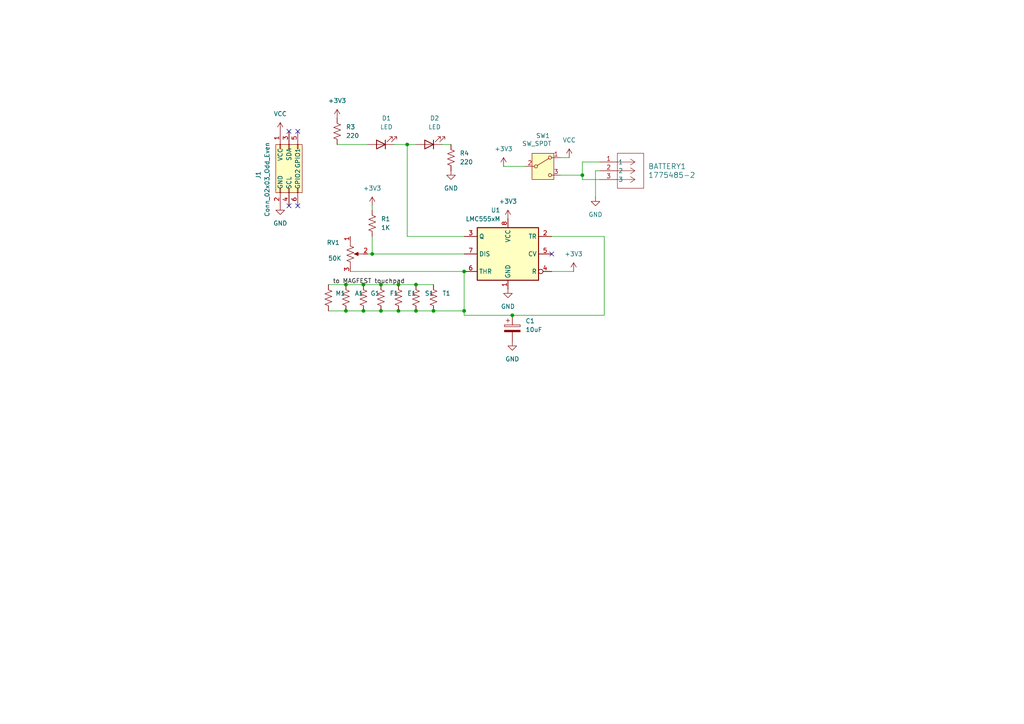
<source format=kicad_sch>
(kicad_sch (version 20231120) (generator "eeschema") (generator_version "8.0")
  (paper "A4")
  (lib_symbols
    (symbol "Device:C_Polarized" (pin_numbers hide) (pin_names (offset 0.254))
      (property "Reference" "C" (at 0.635 2.54 0))
      (property "Value" "C_Polarized" (at 0.635 -2.54 0))
      (symbol "C_Polarized_0_1"
        (rectangle (start -2.286 0.508) (end 2.286 1.016))
        (polyline (pts (xy -1.778 2.286) (xy -0.762 2.286)))
        (polyline (pts (xy -1.27 2.794) (xy -1.27 1.778)))
        (rectangle (start 2.286 -0.508) (end -2.286 -1.016) (fill (type outline)))
      )
      (symbol "C_Polarized_1_1"
        (pin passive line (at 0 3.81 270) (length 2.794) (name "~") (number "1"))
        (pin passive line (at 0 -3.81 90) (length 2.794) (name "~") (number "2"))
      )
    )
    (symbol "Device:LED" (pin_numbers hide) (pin_names (offset 1.016) hide)
      (property "Reference" "D" (at 0 2.54 0))
      (property "Value" "LED" (at 0 -2.54 0))
      (symbol "LED_0_1"
        (polyline (pts (xy -1.27 -1.27) (xy -1.27 1.27)) (stroke (width 0.254)))
        (polyline (pts (xy -1.27 0) (xy 1.27 0)))
        (polyline (pts (xy 1.27 -1.27) (xy 1.27 1.27) (xy -1.27 0) (xy 1.27 -1.27)) (stroke (width 0.254)))
        (polyline (pts (xy -3.048 -0.762) (xy -4.572 -2.286) (xy -3.81 -2.286) (xy -4.572 -2.286) (xy -4.572 -1.524)))
        (polyline (pts (xy -1.778 -0.762) (xy -3.302 -2.286) (xy -2.54 -2.286) (xy -3.302 -2.286) (xy -3.302 -1.524)))
      )
      (symbol "LED_1_1"
        (pin passive line (at -3.81 0 0) (length 2.54) (name "K") (number "1"))
        (pin passive line (at 3.81 0 180) (length 2.54) (name "A") (number "2"))
      )
    )
    (symbol "Device:R_US" (pin_numbers hide) (pin_names (offset 0))
      (property "Reference" "R" (at 2.54 0 90))
      (property "Value" "R_US" (at -2.54 0 90))
      (symbol "R_US_0_1"
        (polyline (pts (xy 0 -2.286) (xy 0 -2.54)))
        (polyline (pts (xy 0 2.286) (xy 0 2.54)))
        (polyline (pts (xy 0 -0.762) (xy 1.016 -1.143) (xy 0 -1.524) (xy -1.016 -1.905) (xy 0 -2.286)))
        (polyline (pts (xy 0 0.762) (xy 1.016 0.381) (xy 0 0) (xy -1.016 -0.381) (xy 0 -0.762)))
        (polyline (pts (xy 0 2.286) (xy 1.016 1.905) (xy 0 1.524) (xy -1.016 1.143) (xy 0 0.762)))
      )
      (symbol "R_US_1_1"
        (pin passive line (at 0 3.81 270) (length 1.27) (name "~") (number "1"))
        (pin passive line (at 0 -3.81 90) (length 1.27) (name "~") (number "2"))
      )
    )
    (symbol "GND_1" (power) (pin_numbers hide) (pin_names (offset 0) hide)
      (property "Value" "GND" (at 0 -3.81 0))
      (symbol "GND_1_0_1"
        (polyline (pts (xy 0 0) (xy 0 -1.27) (xy 1.27 -1.27) (xy 0 -2.54) (xy -1.27 -1.27) (xy 0 -1.27)))
      )
      (symbol "GND_1_1_1"
        (pin power_in line (at 0 0 270) (length 0) (name "~") (number "1"))
      )
    )
    (symbol "Switch:SW_SPDT" (pin_names (offset 0) hide)
      (property "Reference" "SW" (at 0 5.08 0))
      (property "Value" "SW_SPDT" (at 0 -5.08 0))
      (symbol "SW_SPDT_0_1"
        (circle (center -2.032 0) (radius 0.4572))
        (polyline (pts (xy -1.651 0.254) (xy 1.651 2.286)))
        (circle (center 2.032 -2.54) (radius 0.4572))
        (circle (center 2.032 2.54) (radius 0.4572))
      )
      (symbol "SW_SPDT_1_1"
        (rectangle (start -3.175 3.81) (end 3.175 -3.81) (fill (type background)))
        (pin passive line (at 5.08 2.54 180) (length 2.54) (name "A") (number "1"))
        (pin passive line (at -5.08 0 0) (length 2.54) (name "B") (number "2"))
        (pin passive line (at 5.08 -2.54 180) (length 2.54) (name "C") (number "3"))
      )
    )
    (symbol "Timer:LMC555xM"
      (property "Reference" "U" (at -10.16 8.89 0))
      (property "Value" "LMC555xM" (at 2.54 8.89 0))
      (symbol "LMC555xM_0_0"
        (pin power_in line (at 0 -10.16 90) (length 2.54) (name "GND") (number "1"))
        (pin power_in line (at 0 10.16 270) (length 2.54) (name "VCC") (number "8"))
      )
      (symbol "LMC555xM_0_1"
        (rectangle (start -8.89 -7.62) (end 8.89 7.62) (stroke (width 0.254)) (fill (type background)))
        (rectangle (start -8.89 -7.62) (end 8.89 7.62) (stroke (width 0.254)) (fill (type background)))
      )
      (symbol "LMC555xM_1_1"
        (pin input line (at -12.7 5.08 0) (length 3.81) (name "TR") (number "2"))
        (pin output line (at 12.7 5.08 180) (length 3.81) (name "Q") (number "3"))
        (pin input inverted (at -12.7 -5.08 0) (length 3.81) (name "R") (number "4"))
        (pin input line (at -12.7 0 0) (length 3.81) (name "CV") (number "5"))
        (pin input line (at 12.7 -5.08 180) (length 3.81) (name "THR") (number "6"))
        (pin input line (at 12.7 0 180) (length 3.81) (name "DIS") (number "7"))
      )
    )
    (symbol "power:+3V3" (power) (pin_numbers hide) (pin_names (offset 0) hide)
      (property "Value" "+3V3" (at 0 3.556 0))
      (symbol "+3V3_0_1"
        (polyline (pts (xy -0.762 1.27) (xy 0 2.54)))
        (polyline (pts (xy 0 0) (xy 0 2.54)))
        (polyline (pts (xy 0 2.54) (xy 0.762 1.27)))
      )
      (symbol "+3V3_1_1"
        (pin power_in line (at 0 0 90) (length 0) (name "~") (number "1"))
      )
    )
    (symbol "power:GND" (power) (pin_names (offset 0))
      (property "Value" "GND" (at 0 -3.81 0))
      (symbol "GND_0_1"
        (polyline (pts (xy 0 0) (xy 0 -1.27) (xy 1.27 -1.27) (xy 0 -2.54) (xy -1.27 -1.27) (xy 0 -1.27)))
      )
      (symbol "GND_1_1"
        (pin power_in line (at 0 0 270) (length 0) hide (name "GND") (number "1"))
      )
    )
    (symbol "power:VCC" (power) (pin_names (offset 0))
      (property "Value" "VCC" (at 0 3.81 0))
      (symbol "VCC_0_1"
        (polyline (pts (xy -0.762 1.27) (xy 0 2.54)))
        (polyline (pts (xy 0 0) (xy 0 2.54)))
        (polyline (pts (xy 0 2.54) (xy 0.762 1.27)))
      )
      (symbol "VCC_1_1"
        (pin power_in line (at 0 0 90) (length 0) hide (name "VCC") (number "1"))
      )
    )
    (symbol "sao:1775485-2" (pin_names (offset 0.254))
      (property "Reference" "J" (at 8.89 6.35 0))
      (property "Value" "1775485-2" (at -11.176 -5.08 0))
      (symbol "1775485-2_1_1"
        (polyline (pts (xy 5.08 -7.62) (xy 12.7 -7.62)) (stroke (width 0.127)))
        (polyline (pts (xy 5.08 2.54) (xy 5.08 -7.62)) (stroke (width 0.127)))
        (polyline (pts (xy 10.16 -5.08) (xy 5.08 -5.08)) (stroke (width 0.127)))
        (polyline (pts (xy 10.16 -5.08) (xy 8.89 -5.9267)) (stroke (width 0.127)))
        (polyline (pts (xy 10.16 -5.08) (xy 8.89 -4.2333)) (stroke (width 0.127)))
        (polyline (pts (xy 10.16 -2.54) (xy 5.08 -2.54)) (stroke (width 0.127)))
        (polyline (pts (xy 10.16 -2.54) (xy 8.89 -3.3867)) (stroke (width 0.127)))
        (polyline (pts (xy 10.16 -2.54) (xy 8.89 -1.6933)) (stroke (width 0.127)))
        (polyline (pts (xy 10.16 0) (xy 5.08 0)) (stroke (width 0.127)))
        (polyline (pts (xy 10.16 0) (xy 8.89 -0.8467)) (stroke (width 0.127)))
        (polyline (pts (xy 10.16 0) (xy 8.89 0.8467)) (stroke (width 0.127)))
        (polyline (pts (xy 12.7 -7.62) (xy 12.7 2.54)) (stroke (width 0.127)))
        (polyline (pts (xy 12.7 2.54) (xy 5.08 2.54)) (stroke (width 0.127)))
        (pin unspecified line (at 0 0 0) (length 5.08) (name "1") (number "1"))
        (pin unspecified line (at 0 -2.54 0) (length 5.08) (name "2") (number "2"))
        (pin unspecified line (at 0 -5.08 0) (length 5.08) (name "3") (number "3"))
      )
      (symbol "1775485-2_1_2"
        (polyline (pts (xy 5.08 -7.62) (xy 12.7 -7.62)) (stroke (width 0.127)))
        (polyline (pts (xy 5.08 2.54) (xy 5.08 -7.62)) (stroke (width 0.127)))
        (polyline (pts (xy 7.62 -5.08) (xy 5.08 -5.08)) (stroke (width 0.127)))
        (polyline (pts (xy 7.62 -5.08) (xy 8.89 -5.9267)) (stroke (width 0.127)))
        (polyline (pts (xy 7.62 -5.08) (xy 8.89 -4.2333)) (stroke (width 0.127)))
        (polyline (pts (xy 7.62 -2.54) (xy 5.08 -2.54)) (stroke (width 0.127)))
        (polyline (pts (xy 7.62 -2.54) (xy 8.89 -3.3867)) (stroke (width 0.127)))
        (polyline (pts (xy 7.62 -2.54) (xy 8.89 -1.6933)) (stroke (width 0.127)))
        (polyline (pts (xy 7.62 0) (xy 5.08 0)) (stroke (width 0.127)))
        (polyline (pts (xy 7.62 0) (xy 8.89 -0.8467)) (stroke (width 0.127)))
        (polyline (pts (xy 7.62 0) (xy 8.89 0.8467)) (stroke (width 0.127)))
        (polyline (pts (xy 12.7 -7.62) (xy 12.7 2.54)) (stroke (width 0.127)))
        (polyline (pts (xy 12.7 2.54) (xy 5.08 2.54)) (stroke (width 0.127)))
        (pin unspecified line (at 0 0 0) (length 5.08) (name "1") (number "1"))
        (pin unspecified line (at 0 -2.54 0) (length 5.08) (name "3") (number "3"))
        (pin unspecified line (at 0 -5.08 0) (length 5.08) (name "5") (number "5"))
      )
    )
    (symbol "sao:Conn_02x03_Odd_Even" (pin_names (offset 1.016))
      (property "Reference" "J" (at 1.27 5.08 0))
      (property "Value" "Conn_02x03_Odd_Even" (at 1.27 -5.08 0))
      (symbol "Conn_02x03_Odd_Even_1_1"
        (rectangle (start -1.27 -2.413) (end 0 -2.667) (stroke (width 0.1524)))
        (rectangle (start -1.27 0.127) (end 0 -0.127) (stroke (width 0.1524)))
        (rectangle (start -1.27 2.667) (end 0 2.413) (stroke (width 0.1524)))
        (rectangle (start -1.27 3.81) (end 12.7 -3.81) (fill (type background)))
        (rectangle (start 12.7 -2.413) (end 11.43 -2.667) (stroke (width 0.1524)))
        (rectangle (start 12.7 0.127) (end 11.43 -0.127) (stroke (width 0.1524)))
        (rectangle (start 12.7 2.667) (end 11.43 2.413) (stroke (width 0.1524)))
        (pin passive line (at -5.08 2.54 0) (length 3.81) (name "VCC") (number "1"))
        (pin passive line (at 16.51 2.54 180) (length 3.81) (name "GND") (number "2"))
        (pin passive line (at -5.08 0 0) (length 3.81) (name "SDA") (number "3"))
        (pin passive line (at 16.51 0 180) (length 3.81) (name "SCL") (number "4"))
        (pin passive line (at -5.08 -2.54 0) (length 3.81) (name "GPIO1") (number "5"))
        (pin passive line (at 16.51 -2.54 180) (length 3.81) (name "GPIO2") (number "6"))
      )
    )
    (symbol "sao:R_Potentiometer_US" (pin_names (offset 1.016) hide)
      (property "Reference" "RV" (at -4.445 0 90))
      (property "Value" "R_Potentiometer_US" (at -2.54 0 90))
      (symbol "R_Potentiometer_US_0_1"
        (polyline (pts (xy 0 -2.54) (xy 0 -3.81)))
        (polyline (pts (xy 0 -2.286) (xy 0 -2.54)))
        (polyline (pts (xy 0 2.54) (xy 0 2.286)))
        (polyline (pts (xy 0 3.81) (xy 0 2.54)))
        (polyline (pts (xy 3.81 0) (xy 1.27 0)))
        (polyline (pts (xy 1.143 0) (xy 2.286 0.508) (xy 2.286 -0.508) (xy 1.143 0)) (fill (type outline)))
        (polyline (pts (xy 0 -0.762) (xy 1.016 -1.143) (xy 0 -1.524) (xy -1.016 -1.905) (xy 0 -2.286)))
        (polyline (pts (xy 0 0.762) (xy 1.016 0.381) (xy 0 0) (xy -1.016 -0.381) (xy 0 -0.762)))
        (polyline (pts (xy 0 2.286) (xy 1.016 1.905) (xy 0 1.524) (xy -1.016 1.143) (xy 0 0.762)))
      )
      (symbol "R_Potentiometer_US_1_1"
        (pin passive line (at 0 5.08 270) (length 1.27) (name "1") (number "1"))
        (pin passive line (at 5.08 0 180) (length 1.27) (name "2") (number "2"))
        (pin passive line (at 0 -5.08 90) (length 1.27) (name "3") (number "3"))
      )
    )
  )
  (junction (at 120.65 90.17))
  (junction (at 134.62 78.74))
  (junction (at 107.95 73.66))
  (junction (at 115.57 90.17))
  (junction (at 168.91 50.8))
  (junction (at 100.33 90.17))
  (junction (at 118.11 41.91))
  (junction (at 125.73 90.17))
  (junction (at 100.33 82.55))
  (junction (at 115.57 82.55))
  (junction (at 110.49 82.55))
  (junction (at 105.41 82.55))
  (junction (at 120.65 82.55))
  (junction (at 110.49 90.17))
  (junction (at 148.59 91.44))
  (junction (at 134.62 90.17))
  (junction (at 105.41 90.17))
  (no_connect (at 160.02 73.66))
  (no_connect (at 83.82 59.69))
  (no_connect (at 86.36 38.1))
  (no_connect (at 86.36 59.69))
  (no_connect (at 83.82 38.1))
  (wire (pts (xy 100.33 82.55) (xy 105.41 82.55)))
  (wire (pts (xy 134.62 91.44) (xy 148.59 91.44)))
  (wire (pts (xy 172.72 49.53) (xy 172.72 57.15)))
  (wire (pts (xy 120.65 82.55) (xy 125.73 82.55)))
  (wire (pts (xy 107.95 73.66) (xy 106.68 73.66)))
  (wire (pts (xy 101.6 78.74) (xy 134.62 78.74)))
  (wire (pts (xy 173.99 52.07) (xy 168.91 52.07)))
  (wire (pts (xy 120.65 41.91) (xy 118.11 41.91)))
  (wire (pts (xy 118.11 41.91) (xy 118.11 68.58)))
  (wire (pts (xy 162.56 50.8) (xy 168.91 50.8)))
  (wire (pts (xy 115.57 82.55) (xy 120.65 82.55)))
  (wire (pts (xy 110.49 90.17) (xy 115.57 90.17)))
  (wire (pts (xy 107.95 60.96) (xy 107.95 59.69)))
  (wire (pts (xy 168.91 52.07) (xy 168.91 50.8)))
  (wire (pts (xy 125.73 90.17) (xy 134.62 90.17)))
  (wire (pts (xy 107.95 73.66) (xy 134.62 73.66)))
  (wire (pts (xy 160.02 78.74) (xy 166.37 78.74)))
  (wire (pts (xy 168.91 46.99) (xy 173.99 46.99)))
  (wire (pts (xy 148.59 91.44) (xy 175.26 91.44)))
  (wire (pts (xy 105.41 82.55) (xy 110.49 82.55)))
  (wire (pts (xy 175.26 91.44) (xy 175.26 68.58)))
  (wire (pts (xy 160.02 68.58) (xy 175.26 68.58)))
  (wire (pts (xy 165.1 45.72) (xy 162.56 45.72)))
  (wire (pts (xy 110.49 82.55) (xy 115.57 82.55)))
  (wire (pts (xy 152.4 48.26) (xy 146.05 48.26)))
  (wire (pts (xy 95.25 90.17) (xy 100.33 90.17)))
  (wire (pts (xy 95.25 82.55) (xy 100.33 82.55)))
  (wire (pts (xy 128.27 41.91) (xy 130.81 41.91)))
  (wire (pts (xy 118.11 68.58) (xy 134.62 68.58)))
  (wire (pts (xy 134.62 78.74) (xy 134.62 90.17)))
  (wire (pts (xy 114.3 41.91) (xy 118.11 41.91)))
  (wire (pts (xy 173.99 49.53) (xy 172.72 49.53)))
  (wire (pts (xy 97.79 41.91) (xy 106.68 41.91)))
  (wire (pts (xy 120.65 90.17) (xy 125.73 90.17)))
  (wire (pts (xy 100.33 90.17) (xy 105.41 90.17)))
  (wire (pts (xy 115.57 90.17) (xy 120.65 90.17)))
  (wire (pts (xy 134.62 90.17) (xy 134.62 91.44)))
  (wire (pts (xy 107.95 68.58) (xy 107.95 73.66)))
  (wire (pts (xy 105.41 90.17) (xy 110.49 90.17)))
  (wire (pts (xy 168.91 50.8) (xy 168.91 46.99)))
  (label "to MAGFEST touchpad" (at 96.52 82.55 0))
  (symbol (lib_id "Device:LED") (at 110.49 41.91 180) (unit 1)
    (property "Reference" "D1" (at 112.0775 34.29 0))
    (property "Value" "LED" (at 112.0775 36.83 0))
    (property "Footprint" "LED_THT:LED_D5.0mm" (effects (hide yes)))
    (property "Description" "Light emitting diode" (effects (hide yes)))
  )
  (symbol (lib_id "sao:R_Potentiometer_US") (at 101.6 73.66 0) (unit 1)
    (property "Reference" "RV1" (at 98.552 70.358 0) (effects (justify right)))
    (property "Value" "50K" (at 99.06 74.9299 0) (effects (justify right)))
    (property "Footprint" "sao:91AR50KLF" (effects (hide yes)))
    (property "Datasheet" "https://datasheet.lcsc.com/lcsc/2304140030_ALPSALPINE-RK10J11E0034_C470643.pdf" (effects (hide yes)))
    (property "Description" "RK10J11E0034" (effects (hide yes)))
    (property "LCSC" "C470643" (effects (hide yes)))
  )
  (symbol (lib_id "Device:R_US") (at 115.57 86.36 180) (unit 1)
    (property "Reference" "E1" (at 118.11 85.0899 0) (effects (justify right)))
    (property "Value" "220" (effects (hide yes)))
    (property "Footprint" "Resistor_THT:R_Axial_DIN0204_L3.6mm_D1.6mm_P7.62mm_Horizontal" (effects (hide yes)))
    (property "Description" "Resistor, US symbol" (effects (hide yes)))
  )
  (symbol (lib_name "GND_1") (lib_id "power:GND") (at 172.72 57.15 0) (unit 1)
    (property "Reference" "#PWR013" (effects (hide yes)))
    (property "Value" "GND" (at 172.72 62.23 0))
    (property "Description" "Power symbol creates a global label with name \"GND\" , ground" (effects (hide yes)))
  )
  (symbol (lib_id "power:+3V3") (at 147.32 63.5 0) (unit 1)
    (property "Reference" "#PWR04" (effects (hide yes)))
    (property "Value" "+3V3" (at 147.32 58.42 0))
    (property "Description" "Power symbol creates a global label with name \"+3V3\"" (effects (hide yes)))
  )
  (symbol (lib_id "power:+3V3") (at 107.95 59.69 0) (unit 1)
    (property "Reference" "#PWR09" (effects (hide yes)))
    (property "Value" "+3V3" (at 107.95 54.61 0))
    (property "Description" "Power symbol creates a global label with name \"+3V3\"" (effects (hide yes)))
  )
  (symbol (lib_id "Switch:SW_SPDT") (at 157.48 48.26 0) (unit 1)
    (property "Reference" "SW1" (at 157.48 39.37 0))
    (property "Value" "SW_SPDT" (at 155.702 41.656 0))
    (property "Footprint" "sao:SLW-864574-5A-RA-N-D" (effects (hide yes)))
    (property "Description" "Switch, single pole double throw" (effects (hide yes)))
  )
  (symbol (lib_id "power:+3V3") (at 146.05 48.26 0) (unit 1)
    (property "Reference" "#PWR02" (effects (hide yes)))
    (property "Value" "+3V3" (at 146.05 43.18 0))
    (property "Description" "Power symbol creates a global label with name \"+3V3\"" (effects (hide yes)))
  )
  (symbol (lib_id "sao:Conn_02x03_Odd_Even") (at 83.82 43.18 90) (mirror x) (unit 1)
    (property "Reference" "J1" (at 74.93 50.8 0))
    (property "Value" "Conn_02x03_Odd_Even" (at 77.47 52.07 0))
    (property "Footprint" "Connector_PinHeader_2.54mm:PinHeader_2x03_P2.54mm_Vertical" (effects (hide yes)))
    (property "Datasheet" "https://datasheet.lcsc.com/lcsc/2003191006_XFCN-PZ254V-12-6P_C492420.pdf" (effects (hide yes)))
    (property "LCSC" "C492420" (effects (hide yes)))
  )
  (symbol (lib_id "power:VCC") (at 81.28 38.1 0) (unit 1)
    (property "Reference" "#PWR06" (effects (hide yes)))
    (property "Value" "VCC" (at 81.28 33.02 0))
  )
  (symbol (lib_id "Device:R_US") (at 95.25 86.36 180) (unit 1)
    (property "Reference" "M1" (at 97.282 85.09 0) (effects (justify right)))
    (property "Value" "220" (effects (hide yes)))
    (property "Footprint" "Resistor_THT:R_Axial_DIN0204_L3.6mm_D1.6mm_P7.62mm_Horizontal" (effects (hide yes)))
    (property "Description" "Resistor, US symbol" (effects (hide yes)))
  )
  (symbol (lib_id "Device:C_Polarized") (at 148.59 95.25 0) (unit 1)
    (property "Reference" "C1" (at 152.4 93.0909 0) (effects (justify left)))
    (property "Value" "10uF" (at 152.4 95.6309 0) (effects (justify left)))
    (property "Footprint" "Capacitor_THT:CP_Radial_D5.0mm_P2.00mm" (effects (hide yes)))
    (property "Description" "Polarized capacitor" (effects (hide yes)))
  )
  (symbol (lib_name "GND_1") (lib_id "power:GND") (at 148.59 99.06 0) (unit 1)
    (property "Reference" "#PWR010" (effects (hide yes)))
    (property "Value" "GND" (at 148.59 104.14 0))
    (property "Description" "Power symbol creates a global label with name \"GND\" , ground" (effects (hide yes)))
  )
  (symbol (lib_id "Device:R_US") (at 125.73 86.36 180) (unit 1)
    (property "Reference" "T1" (at 128.27 85.0899 0) (effects (justify right)))
    (property "Value" "220" (effects (hide yes)))
    (property "Footprint" "Resistor_THT:R_Axial_DIN0204_L3.6mm_D1.6mm_P7.62mm_Horizontal" (effects (hide yes)))
    (property "Description" "Resistor, US symbol" (effects (hide yes)))
  )
  (symbol (lib_id "Device:R_US") (at 105.41 86.36 180) (unit 1)
    (property "Reference" "G1" (at 107.442 85.09 0) (effects (justify right)))
    (property "Value" "220" (effects (hide yes)))
    (property "Footprint" "Resistor_THT:R_Axial_DIN0204_L3.6mm_D1.6mm_P7.62mm_Horizontal" (effects (hide yes)))
    (property "Description" "Resistor, US symbol" (effects (hide yes)))
  )
  (symbol (lib_id "Device:R_US") (at 100.33 86.36 180) (unit 1)
    (property "Reference" "A1" (at 102.87 85.0899 0) (effects (justify right)))
    (property "Value" "220" (effects (hide yes)))
    (property "Footprint" "Resistor_THT:R_Axial_DIN0204_L3.6mm_D1.6mm_P7.62mm_Horizontal" (effects (hide yes)))
    (property "Description" "Resistor, US symbol" (effects (hide yes)))
  )
  (symbol (lib_id "Device:LED") (at 124.46 41.91 180) (unit 1)
    (property "Reference" "D2" (at 126.0475 34.29 0))
    (property "Value" "LED" (at 126.0475 36.83 0))
    (property "Footprint" "LED_THT:LED_D5.0mm" (effects (hide yes)))
    (property "Description" "Light emitting diode" (effects (hide yes)))
  )
  (symbol (lib_id "Device:R_US") (at 120.65 86.36 180) (unit 1)
    (property "Reference" "S1" (at 123.19 85.0899 0) (effects (justify right)))
    (property "Value" "220" (effects (hide yes)))
    (property "Footprint" "Resistor_THT:R_Axial_DIN0204_L3.6mm_D1.6mm_P7.62mm_Horizontal" (effects (hide yes)))
    (property "Description" "Resistor, US symbol" (effects (hide yes)))
  )
  (symbol (lib_id "power:VCC") (at 165.1 45.72 0) (unit 1)
    (property "Reference" "#PWR012" (effects (hide yes)))
    (property "Value" "VCC" (at 165.1 40.64 0))
  )
  (symbol (lib_id "Device:R_US") (at 130.81 45.72 0) (unit 1)
    (property "Reference" "R4" (at 133.35 44.4499 0) (effects (justify left)))
    (property "Value" "220" (at 133.35 46.9899 0) (effects (justify left)))
    (property "Footprint" "Resistor_THT:R_Axial_DIN0204_L3.6mm_D1.6mm_P7.62mm_Horizontal" (effects (hide yes)))
    (property "Description" "Resistor, US symbol" (effects (hide yes)))
  )
  (symbol (lib_id "Device:R_US") (at 110.49 86.36 180) (unit 1)
    (property "Reference" "F1" (at 113.03 85.0899 0) (effects (justify right)))
    (property "Value" "220" (effects (hide yes)))
    (property "Footprint" "Resistor_THT:R_Axial_DIN0204_L3.6mm_D1.6mm_P7.62mm_Horizontal" (effects (hide yes)))
    (property "Description" "Resistor, US symbol" (effects (hide yes)))
  )
  (symbol (lib_id "power:+3V3") (at 97.79 34.29 0) (unit 1)
    (property "Reference" "#PWR07" (effects (hide yes)))
    (property "Value" "+3V3" (at 97.79 29.21 0))
    (property "Description" "Power symbol creates a global label with name \"+3V3\"" (effects (hide yes)))
  )
  (symbol (lib_id "sao:1775485-2") (at 173.99 46.99 0) (unit 1)
    (property "Reference" "BATTERY1" (at 187.96 48.2599 0) (effects (font (size 1.524 1.524)) (justify left)))
    (property "Value" "1775485-2" (at 187.96 50.7999 0) (effects (font (size 1.524 1.524)) (justify left)))
    (property "Footprint" "sao:CONN3_1775485-1_TEC" (effects (hide yes)))
    (property "Datasheet" "1775485-2" (effects (hide yes)))
  )
  (symbol (lib_name "GND_1") (lib_id "power:GND") (at 147.32 83.82 0) (unit 1)
    (property "Reference" "#PWR01" (effects (hide yes)))
    (property "Value" "GND" (at 147.32 88.9 0))
    (property "Description" "Power symbol creates a global label with name \"GND\" , ground" (effects (hide yes)))
  )
  (symbol (lib_id "power:+3V3") (at 166.37 78.74 0) (unit 1)
    (property "Reference" "#PWR011" (effects (hide yes)))
    (property "Value" "+3V3" (at 166.37 73.66 0))
    (property "Description" "Power symbol creates a global label with name \"+3V3\"" (effects (hide yes)))
  )
  (symbol (lib_id "Device:R_US") (at 107.95 64.77 0) (unit 1)
    (property "Reference" "R1" (at 110.49 63.4999 0) (effects (justify left)))
    (property "Value" "1K" (at 110.49 66.0399 0) (effects (justify left)))
    (property "Footprint" "Resistor_THT:R_Axial_DIN0204_L3.6mm_D1.6mm_P7.62mm_Horizontal" (effects (hide yes)))
    (property "Description" "Resistor, US symbol" (effects (hide yes)))
  )
  (symbol (lib_id "power:GND") (at 81.28 59.69 0) (unit 1)
    (property "Reference" "#PWR05" (effects (hide yes)))
    (property "Value" "GND" (at 81.28 64.77 0))
  )
  (symbol (lib_name "GND_1") (lib_id "power:GND") (at 130.81 49.53 0) (unit 1)
    (property "Reference" "#PWR08" (effects (hide yes)))
    (property "Value" "GND" (at 130.81 54.61 0))
    (property "Description" "Power symbol creates a global label with name \"GND\" , ground" (effects (hide yes)))
  )
  (symbol (lib_id "Timer:LMC555xM") (at 147.32 73.66 0) (mirror y) (unit 1)
    (property "Reference" "U1" (at 145.1259 60.96 0) (effects (justify left)))
    (property "Value" "LMC555xM" (at 145.1259 63.5 0) (effects (justify left)))
    (property "Footprint" "Package_SO:SOIC-8_3.9x4.9mm_P1.27mm" (effects (hide yes)))
    (property "Datasheet" "http://www.ti.com/lit/ds/symlink/lmc555.pdf" (effects (hide yes)))
    (property "Description" "CMOS Timer, 555 compatible, SOIC-8" (effects (hide yes)))
  )
  (symbol (lib_id "Device:R_US") (at 97.79 38.1 180) (unit 1)
    (property "Reference" "R3" (at 100.33 36.8299 0) (effects (justify right)))
    (property "Value" "220" (at 100.33 39.3699 0) (effects (justify right)))
    (property "Footprint" "Resistor_THT:R_Axial_DIN0204_L3.6mm_D1.6mm_P7.62mm_Horizontal" (effects (hide yes)))
    (property "Description" "Resistor, US symbol" (effects (hide yes)))
  )
)
</source>
